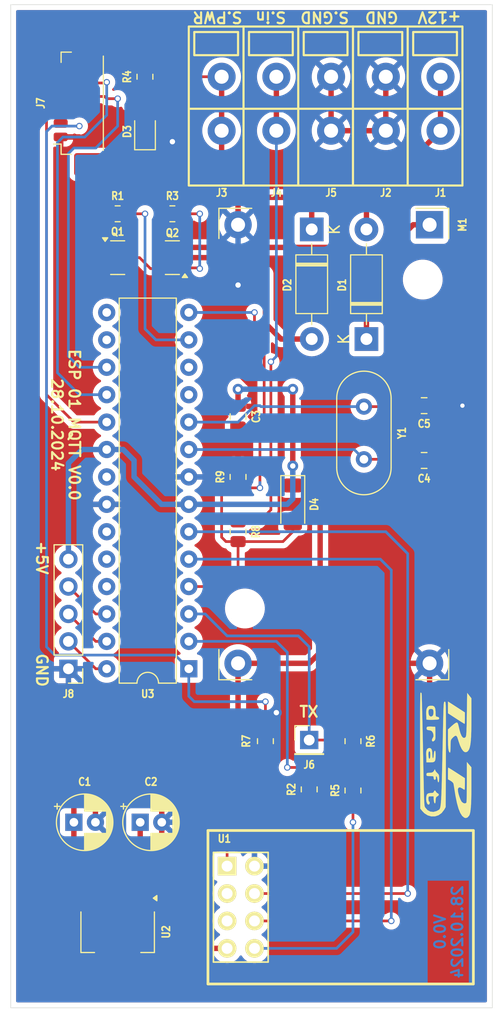
<source format=kicad_pcb>
(kicad_pcb (version 20240108) (generator "pcbnew") (generator_version "8.0")
  (layers (0 "F.Cu" signal) (31 "B.Cu" signal) (34 "B.Paste" user) (35 "F.Paste" user) (36 "B.SilkS" user "B.Silkscreen") (37 "F.SilkS" user "F.Silkscreen") (38 "B.Mask" user) (39 "F.Mask" user) (44 "Edge.Cuts" user))
  (net 0 "")
  (net 1 "+5V")
  (net 2 "/ESP_GPIO0")
  (net 3 "/ESP_GPIO2")
  (net 5 "GND")
  (net 6 "+3.3V")
  (net 7 "+12V")
  (net 9 "Net-(D1-A)")
  (net 10 "Net-(D2-K)")
  (net 11 "Net-(D2-A)")
  (net 12 "/SenIN")
  (net 13 "/RST{slash}")
  (net 14 "/MISO")
  (net 15 "/MOSI")
  (net 16 "/SCK")
  (net 17 "/AVR_TX")
  (net 18 "/12V_SenIN")
  (net 19 "Net-(Q1-B)")
  (net 20 "Net-(Q1-C)")
  (net 21 "/AVR_RX")
  (net 22 "Net-(U1-UTXD)")
  (net 23 "/Sen_Ena")
  (net 24 "Net-(U1-URXD)")
  (net 27 "Net-(U3-PB6{slash}XTAL1)")
  (net 31 "Net-(U3-PB7{slash}XTAL2)")
  (net 35 "Net-(D3-A)")
  (net 37 "/PC3")
  (net 38 "/PC5")
  (net 39 "/PC4")
  (footprint "Package_TO_SOT_SMD:SOT-223-3_TabPin2" (layer "F.Cu") (at 123.952 130.556 -90)
    (property "Reference" "U2" (at 0 -4.5 90) (layer "F.SilkS") (effects (font (size 0.7 0.6) (thickness 0.2))))
    (property "Value" "NCP1117-3.3_SOT223")
    (pad "1" smd roundrect (at -3.15 -2.3 270) (size 2 1.5) (layers "F.Cu" "F.Paste" "F.Mask") (net 5 "GND"))
    (pad "2" smd roundrect (at -3.15 0 270) (size 2 1.5) (layers "F.Cu" "F.Paste" "F.Mask") (net 6 "+3.3V"))
    (pad "2" smd roundrect (at 3.15 0 270) (size 2 3.8) (layers "F.Cu" "F.Paste" "F.Mask") (net 6 "+3.3V"))
    (pad "3" smd roundrect (at -3.15 2.3 270) (size 2 1.5) (layers "F.Cu" "F.Paste" "F.Mask") (net 1 "+5V"))
  )
  (footprint "RP_Footprints_01:Wago236-743_RM5" (layer "F.Cu") (at 133.604 56.308 180)
    (property "Reference" "J3" (at 0 -5.75 180) (layer "F.SilkS") (effects (font (size 0.7 0.6) (thickness 0.2))))
    (property "Value" "Conn_01x01")
    (pad "1" thru_hole circle (at 0 0 180) (size 2.6 2.6) (drill 1.3) (layers "*.Cu" "*.Mask") (net 10 "Net-(D2-K)"))
    (pad "1" thru_hole circle (at 0 5 180) (size 2.6 2.6) (drill 1.3) (layers "*.Cu" "*.Mask") (net 10 "Net-(D2-K)"))
  )
  (footprint "Package_TO_SOT_SMD:SOT-23" (layer "F.Cu") (at 123.952 68.072)
    (property "Reference" "Q1" (at 0 -2.4 0) (layer "F.SilkS") (effects (font (size 0.7 0.6) (thickness 0.2))))
    (property "Value" "BC817")
    (pad "1" smd roundrect (at -0.9375 -0.95) (size 1.475 0.6) (layers "F.Cu" "F.Paste" "F.Mask") (net 19 "Net-(Q1-B)"))
    (pad "2" smd roundrect (at -0.9375 0.95) (size 1.475 0.6) (layers "F.Cu" "F.Paste" "F.Mask") (net 5 "GND"))
    (pad "3" smd roundrect (at 0.9375 0) (size 1.475 0.6) (layers "F.Cu" "F.Paste" "F.Mask") (net 20 "Net-(Q1-C)"))
  )
  (footprint "Connector_PinHeader_2.54mm:PinHeader_1x01_P2.54mm_Vertical" (layer "F.Cu") (at 141.732 112.776)
    (property "Reference" "J6" (at 0 2.286 0) (layer "F.SilkS") (effects (font (size 0.7 0.6) (thickness 0.2))))
    (property "Value" "Conn_01x01_Pin")
    (pad "1" thru_hole rect (at 0 0) (size 1.7 1.7) (drill 1) (layers "*.Cu" "*.Mask") (net 17 "/AVR_TX"))
  )
  (footprint "Capacitor_SMD:C_0805_2012Metric" (layer "F.Cu") (at 152.4 86.868 180)
    (property "Reference" "C4" (at 0 -1.68 180) (layer "F.SilkS") (effects (font (size 0.7 0.6) (thickness 0.2))))
    (property "Value" "22n")
    (pad "1" smd roundrect (at -0.95 0 180) (size 1 1.45) (layers "F.Cu" "F.Paste" "F.Mask") (net 5 "GND"))
    (pad "2" smd roundrect (at 0.95 0 180) (size 1 1.45) (layers "F.Cu" "F.Paste" "F.Mask") (net 27 "Net-(U3-PB6{slash}XTAL1)"))
  )
  (footprint "Resistor_SMD:R_0805_2012Metric" (layer "F.Cu") (at 141.732 117.348 90)
    (property "Reference" "R2" (at 0 -1.65 -90) (layer "F.SilkS") (effects (font (size 0.7 0.6) (thickness 0.2))))
    (property "Value" "1k")
    (pad "1" smd roundrect (at -0.9125 0 90) (size 1.025 1.4) (layers "F.Cu" "F.Paste" "F.Mask") (roundrect_rratio 0.243902) (net 22 "Net-(U1-UTXD)"))
    (pad "2" smd roundrect (at 0.9125 0 90) (size 1.025 1.4) (layers "F.Cu" "F.Paste" "F.Mask") (roundrect_rratio 0.243902) (net 21 "/AVR_RX"))
  )
  (footprint "RP_Footprints_01:YAAJ_DCDC_StepDown_LM2596_noSilk" (layer "F.Cu") (at 152.908 65.024 -90)
    (property "Reference" "M1" (at 0 -3.048 90) (layer "F.SilkS") (effects (font (size 0.7 0.6) (thickness 0.2))))
    (property "Value" "LM2596-StepDownModul")
    (pad "" np_thru_hole circle (at 5.08 0.635 270) (size 3.2 3.2) (drill 3.2) (layers "*.Cu" "*.Mask"))
    (pad "" np_thru_hole circle (at 35.56 17.145 270) (size 3.2 3.2) (drill 3.2) (layers "*.Cu" "*.Mask"))
    (pad "1" thru_hole rect (at 0 0 270) (size 2.54 2.54) (drill 1.3) (layers "*.Cu" "*.Mask") (net 7 "+12V"))
    (pad "2" thru_hole circle (at 0 17.78 270) (size 2.54 2.54) (drill 1.3) (layers "*.Cu" "*.Mask") (net 5 "GND"))
    (pad "3" thru_hole circle (at 40.64 17.78 270) (size 2.54 2.54) (drill 1.3) (layers "*.Cu" "*.Mask") (net 1 "+5V"))
    (pad "4" thru_hole circle (at 40.64 0 270) (size 2.54 2.54) (drill 1.3) (layers "*.Cu" "*.Mask") (net 5 "GND"))
  )
  (footprint "RP_Footprints_01:Wago236-743_RM5" (layer "F.Cu") (at 153.924 56.308 180)
    (property "Reference" "J1" (at 0 -5.75 180) (layer "F.SilkS") (effects (font (size 0.7 0.6) (thickness 0.2))))
    (property "Value" "Conn_01x01")
    (pad "1" thru_hole circle (at 0 0 180) (size 2.6 2.6) (drill 1.3) (layers "*.Cu" "*.Mask") (net 9 "Net-(D1-A)"))
    (pad "1" thru_hole circle (at 0 5 180) (size 2.6 2.6) (drill 1.3) (layers "*.Cu" "*.Mask") (net 9 "Net-(D1-A)"))
  )
  (footprint "RP_Footprints_01:Wago236-743_RM5" (layer "F.Cu") (at 148.844 56.308 180)
    (property "Reference" "J2" (at 0 -5.75 180) (layer "F.SilkS") (effects (font (size 0.7 0.6) (thickness 0.2))))
    (property "Value" "Conn_01x01")
    (pad "1" thru_hole circle (at 0 0 180) (size 2.6 2.6) (drill 1.3) (layers "*.Cu" "*.Mask") (net 5 "GND"))
    (pad "1" thru_hole circle (at 0 5 180) (size 2.6 2.6) (drill 1.3) (layers "*.Cu" "*.Mask") (net 5 "GND"))
  )
  (footprint "Package_TO_SOT_SMD:SOT-23" (layer "F.Cu") (at 129.032 68.072 180)
    (property "Reference" "Q2" (at 0 2.286 180) (layer "F.SilkS") (effects (font (size 0.7 0.6) (thickness 0.2))))
    (property "Value" "IRLML9301")
    (pad "1" smd roundrect (at -0.9375 -0.95 180) (size 1.475 0.6) (layers "F.Cu" "F.Paste" "F.Mask") (net 20 "Net-(Q1-C)"))
    (pad "2" smd roundrect (at -0.9375 0.95 180) (size 1.475 0.6) (layers "F.Cu" "F.Paste" "F.Mask") (net 7 "+12V"))
    (pad "3" smd roundrect (at 0.9375 0 180) (size 1.475 0.6) (layers "F.Cu" "F.Paste" "F.Mask") (net 11 "Net-(D2-A)"))
  )
  (footprint "Capacitor_THT:CP_Radial_D5.0mm_P2.00mm" (layer "F.Cu") (at 126.044888 120.396)
    (property "Reference" "C2" (at 1 -3.75 0) (layer "F.SilkS") (effects (font (size 0.7 0.6) (thickness 0.2))))
    (property "Value" "C_Polarized")
    (pad "1" thru_hole rect (at 0 0) (size 1.6 1.6) (drill 0.8) (layers "*.Cu" "*.Mask") (net 6 "+3.3V"))
    (pad "2" thru_hole circle (at 2 0) (size 1.6 1.6) (drill 0.8) (layers "*.Cu" "*.Mask") (net 5 "GND"))
  )
  (footprint "LED_SMD:LED_0805_2012Metric" (layer "F.Cu") (at 126.492 56.388 90)
    (property "Reference" "D3" (at 0 -1.65 -90) (layer "F.SilkS") (effects (font (size 0.7 0.6) (thickness 0.2))))
    (property "Value" "LED")
    (pad "1" smd roundrect (at -0.9375 0 90) (size 0.975 1.4) (layers "F.Cu" "F.Paste" "F.Mask") (net 5 "GND"))
    (pad "2" smd roundrect (at 0.9375 0 90) (size 0.975 1.4) (layers "F.Cu" "F.Paste" "F.Mask") (net 35 "Net-(D3-A)"))
  )
  (footprint "Resistor_SMD:R_0805_2012Metric" (layer "F.Cu") (at 145.796 112.8795 -90)
    (property "Reference" "R6" (at 0 -1.65 90) (layer "F.SilkS") (effects (font (size 0.7 0.6) (thickness 0.2))))
    (property "Value" "1k")
    (pad "1" smd roundrect (at -0.9125 0 270) (size 1.025 1.4) (layers "F.Cu" "F.Paste" "F.Mask") (roundrect_rratio 0.243902) (net 17 "/AVR_TX"))
    (pad "2" smd roundrect (at 0.9125 0 270) (size 1.025 1.4) (layers "F.Cu" "F.Paste" "F.Mask") (roundrect_rratio 0.243902) (net 24 "Net-(U1-URXD)"))
  )
  (footprint "Resistor_SMD:R_0805_2012Metric" (layer "F.Cu") (at 123.952 64.008)
    (property "Reference" "R1" (at 0 -1.65 0) (layer "F.SilkS") (effects (font (size 0.7 0.6) (thickness 0.2))))
    (property "Value" "1k")
    (pad "1" smd roundrect (at -0.9125 0) (size 1.025 1.4) (layers "F.Cu" "F.Paste" "F.Mask") (roundrect_rratio 0.243902) (net 19 "Net-(Q1-B)"))
    (pad "2" smd roundrect (at 0.9125 0) (size 1.025 1.4) (layers "F.Cu" "F.Paste" "F.Mask") (roundrect_rratio 0.243902) (net 23 "/Sen_Ena"))
  )
  (footprint "Diode_THT:D_DO-41_SOD81_P10.16mm_Horizontal" (layer "F.Cu") (at 141.966 65.455 -90)
    (property "Reference" "D2" (at 5.157 2.266 90) (layer "F.SilkS") (effects (font (size 0.7 0.6) (thickness 0.2))))
    (property "Value" "1N4007")
    (fp_text user "K" (at 0 -2.1 90) (layer "F.SilkS"))
    (pad "1" thru_hole rect (at 0 0 270) (size 2.2 2.2) (drill 1.1) (layers "*.Cu" "*.Mask") (net 10 "Net-(D2-K)"))
    (pad "2" thru_hole oval (at 10.16 0 270) (size 2.2 2.2) (drill 1.1) (layers "*.Cu" "*.Mask") (net 11 "Net-(D2-A)"))
  )
  (footprint "Connector_PinHeader_2.54mm:PinHeader_1x05_P2.54mm_Vertical" (layer "F.Cu") (at 119.38 106.172 180)
    (property "Reference" "J8" (at 0 -2.33 180) (layer "F.SilkS") (effects (font (size 0.7 0.6) (thickness 0.2))))
    (property "Value" "Conn_01x05")
    (pad "1" thru_hole rect (at 0 0 180) (size 1.7 1.7) (drill 1) (layers "*.Cu" "*.Mask") (net 5 "GND"))
    (pad "2" thru_hole oval (at 0 2.54 180) (size 1.7 1.7) (drill 1) (layers "*.Cu" "*.Mask") (net 38 "/PC5"))
    (pad "3" thru_hole oval (at 0 5.08 180) (size 1.7 1.7) (drill 1) (layers "*.Cu" "*.Mask") (net 39 "/PC4"))
    (pad "4" thru_hole oval (at 0 7.62 180) (size 1.7 1.7) (drill 1) (layers "*.Cu" "*.Mask") (net 37 "/PC3"))
    (pad "5" thru_hole oval (at 0 10.16 180) (size 1.7 1.7) (drill 1) (layers "*.Cu" "*.Mask") (net 1 "+5V"))
  )
  (footprint "Diode_SMD:D_MiniMELF" (layer "F.Cu") (at 140.208 90.932 -90)
    (property "Reference" "D4" (at 0 -2 90) (layer "F.SilkS") (effects (font (size 0.7 0.6) (thickness 0.2))))
    (property "Value" "LL101A-GS08")
    (pad "1" smd roundrect (at -1.75 0 270) (size 1.3 1.7) (layers "F.Cu" "F.Paste" "F.Mask") (roundrect_rratio 0.1923076923) (net 1 "+5V"))
    (pad "2" smd roundrect (at 1.75 0 270) (size 1.3 1.7) (layers "F.Cu" "F.Paste" "F.Mask") (roundrect_rratio 0.1923076923) (net 12 "/SenIN"))
  )
  (footprint "RP_Logos:RP_12x4" (layer "F.Cu") (at 154.432 114.3 -90)
    (property "Reference" "G***" (hide yes))
    (property "Value" "LOGO" (hide yes))
  )
  (footprint "Resistor_SMD:R_0805_2012Metric" (layer "F.Cu") (at 137.668 112.8795 -90)
    (property "Reference" "R7" (at 0 1.778 90) (layer "F.SilkS") (effects (font (size 0.7 0.6) (thickness 0.2))))
    (property "Value" "10k")
    (pad "1" smd roundrect (at -0.9125 0 270) (size 1.025 1.4) (layers "F.Cu" "F.Paste" "F.Mask") (roundrect_rratio 0.243902) (net 13 "/RST{slash}"))
    (pad "2" smd roundrect (at 0.9125 0 270) (size 1.025 1.4) (layers "F.Cu" "F.Paste" "F.Mask") (roundrect_rratio 0.243902) (net 1 "+5V"))
  )
  (footprint "Diode_THT:D_DO-41_SOD81_P10.16mm_Horizontal" (layer "F.Cu") (at 147.046 75.615 90)
    (property "Reference" "D1" (at 5.003 -2.266 -90) (layer "F.SilkS") (effects (font (size 0.7 0.6) (thickness 0.2))))
    (property "Value" "1N4007")
    (fp_text user "K" (at 0 -2.1 -90) (layer "F.SilkS"))
    (pad "1" thru_hole rect (at 0 0 90) (size 2.2 2.2) (drill 1.1) (layers "*.Cu" "*.Mask") (net 7 "+12V"))
    (pad "2" thru_hole oval (at 10.16 0 90) (size 2.2 2.2) (drill 1.1) (layers "*.Cu" "*.Mask") (net 9 "Net-(D1-A)"))
  )
  (footprint "Resistor_SMD:R_0805_2012Metric" (layer "F.Cu") (at 145.796 117.4515 90)
    (property "Reference" "R5" (at 0 -1.65 -90) (layer "F.SilkS") (effects (font (size 0.7 0.6) (thickness 0.2))))
    (property "Value" "2k2")
    (pad "1" smd roundrect (at -0.9125 0 90) (size 1.025 1.4) (layers "F.Cu" "F.Paste" "F.Mask") (roundrect_rratio 0.243902) (net 24 "Net-(U1-URXD)"))
    (pad "2" smd roundrect (at 0.9125 0 90) (size 1.025 1.4) (layers "F.Cu" "F.Paste" "F.Mask") (roundrect_rratio 0.243902) (net 5 "GND"))
  )
  (footprint "Resistor_SMD:R_0805_2012Metric" (layer "F.Cu") (at 126.485 51.308 90)
    (property "Reference" "R4" (at 0 -1.65 -90) (layer "F.SilkS") (effects (font (size 0.7 0.6) (thickness 0.2))))
    (property "Value" "1k")
    (pad "1" smd roundrect (at -0.9125 0 90) (size 1.025 1.4) (layers "F.Cu" "F.Paste" "F.Mask") (roundrect_rratio 0.243902) (net 10 "Net-(D2-K)"))
    (pad "2" smd roundrect (at 0.9125 0 90) (size 1.025 1.4) (layers "F.Cu" "F.Paste" "F.Mask") (roundrect_rratio 0.243902) (net 35 "Net-(D3-A)"))
  )
  (footprint "Resistor_SMD:R_0805_2012Metric" (layer "F.Cu") (at 135.128 88.392 90)
    (property "Reference" "R9" (at 0 -1.65 -90) (layer "F.SilkS") (effects (font (size 0.7 0.6) (thickness 0.2))))
    (property "Value" "2k2")
    (pad "1" smd roundrect (at -0.9125 0 90) (size 1.025 1.4) (layers "F.Cu" "F.Paste" "F.Mask") (roundrect_rratio 0.243902) (net 12 "/SenIN"))
    (pad "2" smd roundrect (at 0.9125 0 90) (size 1.025 1.4) (layers "F.Cu" "F.Paste" "F.Mask") (roundrect_rratio 0.243902) (net 5 "GND"))
  )
  (footprint "RP_Footprints_01:Wago236-743_RM5" (layer "F.Cu") (at 138.684 56.308 180)
    (property "Reference" "J4" (at 0 -5.75 180) (layer "F.SilkS") (effects (font (size 0.7 0.6) (thickness 0.2))))
    (property "Value" "Conn_01x01")
    (pad "1" thru_hole circle (at 0 0 180) (size 2.6 2.6) (drill 1.3) (layers "*.Cu" "*.Mask") (net 18 "/12V_SenIN"))
    (pad "1" thru_hole circle (at 0 5 180) (size 2.6 2.6) (drill 1.3) (layers "*.Cu" "*.Mask") (net 18 "/12V_SenIN"))
  )
  (footprint "Resistor_SMD:R_0805_2012Metric" (layer "F.Cu") (at 135.128 93.472 -90)
    (property "Reference" "R8" (at 0 -1.65 90) (layer "F.SilkS") (effects (font (size 0.7 0.6) (thickness 0.2))))
    (property "Value" "3k3")
    (pad "1" smd roundrect (at -0.9125 0 270) (size 1.025 1.4) (layers "F.Cu" "F.Paste" "F.Mask") (roundrect_rratio 0.243902) (net 18 "/12V_SenIN"))
    (pad "2" smd roundrect (at 0.9125 0 270) (size 1.025 1.4) (layers "F.Cu" "F.Paste" "F.Mask") (roundrect_rratio 0.243902) (net 12 "/SenIN"))
  )
  (footprint "Capacitor_SMD:C_0805_2012Metric" (layer "F.Cu") (at 135.128 82.804 -90)
    (property "Reference" "C3" (at 0 -1.68 90) (layer "F.SilkS") (effects (font (size 0.7 0.6) (thickness 0.2))))
    (property "Value" "100n")
    (pad "1" smd roundrect (at -0.95 0 270) (size 1 1.45) (layers "F.Cu" "F.Paste" "F.Mask") (net 5 "GND"))
    (pad "2" smd roundrect (at 0.95 0 270) (size 1 1.45) (layers "F.Cu" "F.Paste" "F.Mask") (net 1 "+5V"))
  )
  (footprint "Package_DIP:DIP-28_W7.62mm" (layer "F.Cu") (at 130.556 106.172 180)
    (property "Reference" "U3" (at 3.81 -2.33 180) (layer "F.SilkS") (effects (font (size 0.7 0.6) (thickness 0.2))))
    (property "Value" "ATmega8-16P")
    (pad "1" thru_hole rect (at 0 0 180) (size 1.6 1.6) (drill 0.8) (layers "*.Cu" "*.Mask") (net 13 "/RST{slash}"))
    (pad "2" thru_hole oval (at 0 2.54 180) (size 1.6 1.6) (drill 0.8) (layers "*.Cu" "*.Mask") (net 21 "/AVR_RX"))
    (pad "3" thru_hole oval (at 0 5.08 180) (size 1.6 1.6) (drill 0.8) (layers "*.Cu" "*.Mask") (net 17 "/AVR_TX"))
    (pad "4" thru_hole oval (at 0 7.62 180) (size 1.6 1.6) (drill 0.8) (layers "*.Cu" "*.Mask") (net 12 "/SenIN"))
    (pad "5" thru_hole oval (at 0 10.16 180) (size 1.6 1.6) (drill 0.8) (layers "*.Cu" "*.Mask") (net 2 "/ESP_GPIO0"))
    (pad "6" thru_hole oval (at 0 12.7 180) (size 1.6 1.6) (drill 0.8) (layers "*.Cu" "*.Mask") (net 3 "/ESP_GPIO2"))
    (pad "7" thru_hole oval (at 0 15.24 180) (size 1.6 1.6) (drill 0.8) (layers "*.Cu" "*.Mask") (net 1 "+5V"))
    (pad "8" thru_hole oval (at 0 17.78 180) (size 1.6 1.6) (drill 0.8) (layers "*.Cu" "*.Mask") (net 5 "GND"))
    (pad "9" thru_hole oval (at 0 20.32 180) (size 1.6 1.6) (drill 0.8) (layers "*.Cu" "*.Mask") (net 27 "Net-(U3-PB6{slash}XTAL1)"))
    (pad "10" thru_hole oval (at 0 22.86 180) (size 1.6 1.6) (drill 0.8) (layers "*.Cu" "*.Mask") (net 31 "Net-(U3-PB7{slash}XTAL2)"))
    (pad "11" thru_hole oval (at 0 25.4 180) (size 1.6 1.6) (drill 0.8) (layers "*.Cu" "*.Mask"))
    (pad "12" thru_hole oval (at 0 27.94 180) (size 1.6 1.6) (drill 0.8) (layers "*.Cu" "*.Mask"))
    (pad "13" thru_hole oval (at 0 30.48 180) (size 1.6 1.6) (drill 0.8) (layers "*.Cu" "*.Mask") (net 23 "/Sen_Ena"))
    (pad "14" thru_hole oval (at 0 33.02 180) (size 1.6 1.6) (drill 0.8) (layers "*.Cu" "*.Mask") (net 12 "/SenIN"))
    (pad "15" thru_hole oval (at 7.62 33.02 180) (size 1.6 1.6) (drill 0.8) (layers "*.Cu" "*.Mask"))
    (pad "16" thru_hole oval (at 7.62 30.48 180) (size 1.6 1.6) (drill 0.8) (layers "*.Cu" "*.Mask"))
    (pad "17" thru_hole oval (at 7.62 27.94 180) (size 1.6 1.6) (drill 0.8) (layers "*.Cu" "*.Mask") (net 15 "/MOSI"))
    (pad "18" thru_hole oval (at 7.62 25.4 180) (size 1.6 1.6) (drill 0.8) (layers "*.Cu" "*.Mask") (net 14 "/MISO"))
    (pad "19" thru_hole oval (at 7.62 22.86 180) (size 1.6 1.6) (drill 0.8) (layers "*.Cu" "*.Mask") (net 16 "/SCK"))
    (pad "20" thru_hole oval (at 7.62 20.32 180) (size 1.6 1.6) (drill 0.8) (layers "*.Cu" "*.Mask") (net 1 "+5V"))
    (pad "21" thru_hole oval (at 7.62 17.78 180) (size 1.6 1.6) (drill 0.8) (layers "*.Cu" "*.Mask"))
    (pad "22" thru_hole oval (at 7.62 15.24 180) (size 1.6 1.6) (drill 0.8) (layers "*.Cu" "*.Mask") (net 5 "GND"))
    (pad "23" thru_hole oval (at 7.62 12.7 180) (size 1.6 1.6) (drill 0.8) (layers "*.Cu" "*.Mask"))
    (pad "24" thru_hole oval (at 7.62 10.16 180) (size 1.6 1.6) (drill 0.8) (layers "*.Cu" "*.Mask"))
    (pad "25" thru_hole oval (at 7.62 7.62 180) (size 1.6 1.6) (drill 0.8) (layers "*.Cu" "*.Mask"))
    (pad "26" thru_hole oval (at 7.62 5.08 180) (size 1.6 1.6) (drill 0.8) (layers "*.Cu" "*.Mask") (net 37 "/PC3"))
    (pad "27" thru_hole oval (at 7.62 2.54 180) (size 1.6 1.6) (drill 0.8) (layers "*.Cu" "*.Mask") (net 39 "/PC4"))
    (pad "28" thru_hole oval (at 7.62 0 180) (size 1.6 1.6) (drill 0.8) (layers "*.Cu" "*.Mask") (net 38 "/PC5"))
  )
  (footprint "Crystal:Crystal_HC49-4H_Vertical" (layer "F.Cu") (at 146.812 81.878 -90)
    (property "Reference" "Y1" (at 2.44 -3.525 90) (layer "F.SilkS") (effects (font (size 0.7 0.6) (thickness 0.2))))
    (property "Value" "Crystal")
    (pad "1" thru_hole circle (at 0 0 270) (size 1.5 1.5) (drill 0.8) (layers "*.Cu" "*.Mask") (net 31 "Net-(U3-PB7{slash}XTAL2)"))
    (pad "2" thru_hole circle (at 4.88 0 270) (size 1.5 1.5) (drill 0.8) (layers "*.Cu" "*.Mask") (net 27 "Net-(U3-PB6{slash}XTAL1)"))
  )
  (footprint "Capacitor_SMD:C_0805_2012Metric" (layer "F.Cu") (at 152.4 81.788 180)
    (property "Reference" "C5" (at 0 -1.68 180) (layer "F.SilkS") (effects (font (size 0.7 0.6) (thickness 0.2))))
    (property "Value" "22n")
    (pad "1" smd roundrect (at -0.95 0 180) (size 1 1.45) (layers "F.Cu" "F.Paste" "F.Mask") (net 5 "GND"))
    (pad "2" smd roundrect (at 0.95 0 180) (size 1 1.45) (layers "F.Cu" "F.Paste" "F.Mask") (net 31 "Net-(U3-PB7{slash}XTAL2)"))
  )
  (footprint "RP_Footprints_01:Wago236-743_RM5" (layer "F.Cu") (at 143.764 56.308 180)
    (property "Reference" "J5" (at 0 -5.75 180) (layer "F.SilkS") (effects (font (size 0.7 0.6) (thickness 0.2))))
    (property "Value" "Conn_01x01")
    (pad "1" thru_hole circle (at 0 0 180) (size 2.6 2.6) (drill 1.3) (layers "*.Cu" "*.Mask") (net 5 "GND"))
    (pad "1" thru_hole circle (at 0 5 180) (size 2.6 2.6) (drill 1.3) (layers "*.Cu" "*.Mask") (net 5 "GND"))
  )
  (footprint "ESP8266:ESP-01" (layer "F.Cu") (at 134.112 124.46)
    (property "Reference" "U1" (at -0.254 -2.54 0) (layer "F.SilkS") (effects (font (size 0.7 0.6) (thickness 0.2))))
    (property "Value" "ESP-01v090")
    (pad "1" thru_hole rect (at 0 0) (size 1.7272 1.7272) (drill 1.016) (layers "*.Cu" "*.Mask" "F.SilkS") (net 22 "Net-(U1-UTXD)"))
    (pad "2" thru_hole oval (at 2.54 0) (size 1.7272 1.7272) (drill 1.016) (layers "*.Cu" "*.Mask" "F.SilkS") (net 5 "GND"))
    (pad "3" thru_hole oval (at 0 2.54) (size 1.7272 1.7272) (drill 1.016) (layers "*.Cu" "*.Mask" "F.SilkS"))
    (pad "4" thru_hole oval (at 2.54 2.54) (size 1.7272 1.7272) (drill 1.016) (layers "*.Cu" "*.Mask" "F.SilkS") (net 3 "/ESP_GPIO2"))
    (pad "5" thru_hole oval (at 0 5.08) (size 1.7272 1.7272) (drill 1.016) (layers "*.Cu" "*.Mask" "F.SilkS"))
    (pad "6" thru_hole oval (at 2.54 5.08) (size 1.7272 1.7272) (drill 1.016) (layers "*.Cu" "*.Mask" "F.SilkS") (net 2 "/ESP_GPIO0"))
    (pad "7" thru_hole oval (at 0 7.62) (size 1.7272 1.7272) (drill 1.016) (layers "*.Cu" "*.Mask" "F.SilkS") (net 6 "+3.3V"))
    (pad "8" thru_hole oval (at 2.54 7.62) (size 1.7272 1.7272) (drill 1.016) (layers "*.Cu" "*.Mask" "F.SilkS") (net 24 "Net-(U1-URXD)"))
  )
  (footprint "Resistor_SMD:R_0805_2012Metric" (layer "F.Cu") (at 129.032 64.008)
    (property "Reference" "R3" (at 0 -1.65 0) (layer "F.SilkS") (effects (font (size 0.7 0.6) (thickness 0.2))))
    (property "Value" "1k")
    (pad "1" smd roundrect (at -0.9125 0) (size 1.025 1.4) (layers "F.Cu" "F.Paste" "F.Mask") (roundrect_rratio 0.243902) (net 7 "+12V"))
    (pad "2" smd roundrect (at 0.9125 0) (size 1.025 1.4) (layers "F.Cu" "F.Paste" "F.Mask") (roundrect_rratio 0.243902) (net 20 "Net-(Q1-C)"))
  )
  (footprint "Connector_Molex:Molex_PicoBlade_53398-0671_1x06-1MP_P1.25mm_Vertical" (layer "F.Cu") (at 119.912 53.761 90)
    (property "Reference" "J7" (at 0 -3.1 -90) (layer "F.SilkS") (effects (font (size 0.7 0.6) (thickness 0.2))))
    (property "Value" "Conn_01x06")
    (pad "1" smd roundrect (at -3.125 -1.25 90) (size 0.8 1.3) (layers "F.Cu" "F.Paste" "F.Mask") (net 5 "GND"))
    (pad "2" smd roundrect (at -1.875 -1.25 90) (size 0.8 1.3) (layers "F.Cu" "F.Paste" "F.Mask") (net 13 "/RST{slash}"))
    (pad "3" smd roundrect (at -0.625 -1.25 90) (size 0.8 1.3) (layers "F.Cu" "F.Paste" "F.Mask") (net 16 "/SCK"))
    (pad "4" smd roundrect (at 0.625 -1.25 90) (size 0.8 1.3) (layers "F.Cu" "F.Paste" "F.Mask") (net 15 "/MOSI"))
    (pad "5" smd roundrect (at 1.875 -1.25 90) (size 0.8 1.3) (layers "F.Cu" "F.Paste" "F.Mask") (net 14 "/MISO"))
    (pad "6" smd roundrect (at 3.125 -1.25 90) (size 0.8 1.3) (layers "F.Cu" "F.Paste" "F.Mask"))
    (pad "MP" smd roundrect (at -5.675 1.5 90) (size 2.1 3) (layers "F.Cu" "F.Paste" "F.Mask") (roundrect_rratio 0.119048))
    (pad "MP" smd roundrect (at 5.675 1.5 90) (size 2.1 3) (layers "F.Cu" "F.Paste" "F.Mask") (roundrect_rratio 0.119048))
  )
  (footprint "Capacitor_THT:CP_Radial_D5.0mm_P2.00mm" (layer "F.Cu") (at 119.888 120.396)
    (property "Reference" "C1" (at 1 -3.75 0) (layer "F.SilkS") (effects (font (size 0.7 0.6) (thickness 0.2))))
    (property "Value" "C_Polarized")
    (pad "1" thru_hole rect (at 0 0) (size 1.6 1.6) (drill 0.8) (layers "*.Cu" "*.Mask") (net 1 "+5V"))
    (pad "2" thru_hole circle (at 2 0) (size 1.6 1.6) (drill 0.8) (layers "*.Cu" "*.Mask") (net 5 "GND"))
  )
  (gr_rect (start 114.026 44.627) (end 158.73 137.591) (stroke (width 0.05)) (fill none) (layer "Edge.Cuts"))
  (gr_text "V0.0\n28.10.2024" (at 154.686 130.556 90) (layer "B.Cu") (effects (font (size 1 1) (thickness 0.2) (bold yes)) (justify mirror)))
  (gr_text "S.GND" (at 145.542 45.212 180) (layer "F.SilkS") (effects (font (size 1 1) (thickness 0.2) (bold yes)) (justify left bottom)))
  (gr_text "TX" (at 140.716 110.744 0) (layer "F.SilkS") (effects (font (size 1 1) (thickness 0.2) (bold yes)) (justify left bottom)))
  (gr_text "GND" (at 116.332 104.648 -90) (layer "F.SilkS") (effects (font (size 1 1) (thickness 0.2) (bold yes)) (justify left bottom)))
  (gr_text "+5V" (at 116.332 94.234 270) (layer "F.SilkS") (effects (font (size 1 1) (thickness 0.2) (bold yes)) (justify left bottom)))
  (gr_text "S.PWR" (at 135.636 45.212 180) (layer "F.SilkS") (effects (font (size 1 1) (thickness 0.2) (bold yes)) (justify left bottom)))
  (gr_text "+12V" (at 155.956 45.212 180) (layer "F.SilkS") (effects (font (size 1 1) (thickness 0.2) (bold yes)) (justify left bottom)))
  (gr_text "GND" (at 150.114 45.212 180) (layer "F.SilkS") (effects (font (size 1 1) (thickness 0.2) (bold yes)) (justify left bottom)))
  (gr_text "S.in" (at 139.7 45.212 180) (layer "F.SilkS") (effects (font (size 1 1) (thickness 0.2) (bold yes)) (justify left bottom)))
  (gr_text "ESP 01 MQTT V0.0\n28.10.2024" (at 119.126 83.566 -90) (layer "F.SilkS") (effects (font (size 1 1) (thickness 0.2) (bold yes))))
  (segment (start 119.888 116.84) (end 119.888 120.396) (width 0.5) (layer "F.Cu") (net 1))
  (segment (start 137.668 113.792) (end 135.128 113.792) (width 0.5) (layer "F.Cu") (net 1))
  (segment (start 122.936 113.792) (end 119.888 116.84) (width 0.5) (layer "F.Cu") (net 1))
  (segment (start 135.128 113.792) (end 122.936 113.792) (width 0.5) (layer "F.Cu") (net 1))
  (segment (start 121.652 125.208) (end 121.652 127.406) (width 0.5) (layer "F.Cu") (net 1))
  (segment (start 135.128 81.854) (end 135.128 80.264) (width 0.5) (layer "F.Cu") (net 1))
  (segment (start 140.998 89.182) (end 140.208 89.182) (width 0.5) (layer "F.Cu") (net 1))
  (segment (start 119.888 123.444) (end 121.652 125.208) (width 0.5) (layer "F.Cu") (net 1))
  (segment (start 135.128 105.664) (end 141.732 105.664) (width 0.5) (layer "F.Cu") (net 1))
  (segment (start 142.748 104.648) (end 142.748 90.932) (width 0.5) (layer "F.Cu") (net 1))
  (segment (start 141.732 105.664) (end 142.748 104.648) (width 0.5) (layer "F.Cu") (net 1))
  (segment (start 142.748 90.932) (end 140.998 89.182) (width 0.5) (layer "F.Cu") (net 1))
  (segment (start 135.128 105.664) (end 135.128 113.792) (width 0.5) (layer "F.Cu") (net 1))
  (segment (start 140.208 87.376) (end 140.208 89.182) (width 0.5) (layer "F.Cu") (net 1))
  (segment (start 119.888 120.396) (end 119.888 123.444) (width 0.5) (layer "F.Cu") (net 1))
  (segment (start 140.208 80.264) (end 140.208 87.376) (width 0.5) (layer "F.Cu") (net 1))
  (via (at 135.128 80.264) (size 1) (drill 0.5) (layers "F.Cu" "B.Cu") (net 1))
  (via (at 140.208 80.264) (size 1) (drill 0.5) (layers "F.Cu" "B.Cu") (net 1))
  (via (at 140.208 87.376) (size 1) (drill 0.5) (layers "F.Cu" "B.Cu") (net 1))
  (segment (start 140.208 90.424) (end 140.208 87.376) (width 0.5) (layer "B.Cu") (net 1))
  (segment (start 120.65 85.852) (end 122.936 85.852) (width 0.5) (layer "B.Cu") (net 1))
  (segment (start 125.476 86.868) (end 124.46 85.852) (width 0.5) (layer "B.Cu") (net 1))
  (segment (start 119.38 87.122) (end 120.65 85.852) (width 0.5) (layer "B.Cu") (net 1))
  (segment (start 135.128 80.264) (end 135.636 80.264) (width 0.5) (layer "B.Cu") (net 1))
  (segment (start 124.46 85.852) (end 122.936 85.852) (width 0.5) (layer "B.Cu") (net 1))
  (segment (start 125.476 88.392) (end 125.476 86.868) (width 0.5) (layer "B.Cu") (net 1))
  (segment (start 128.016 90.932) (end 125.476 88.392) (width 0.5) (layer "B.Cu") (net 1))
  (segment (start 130.556 90.932) (end 128.016 90.932) (width 0.5) (layer "B.Cu") (net 1))
  (segment (start 119.38 96.012) (end 119.38 87.122) (width 0.5) (layer "B.Cu") (net 1))
  (segment (start 130.556 90.932) (end 139.7 90.932) (width 0.5) (layer "B.Cu") (net 1))
  (segment (start 135.636 80.264) (end 140.208 80.264) (width 0.5) (layer "B.Cu") (net 1))
  (segment (start 139.7 90.932) (end 140.208 90.424) (width 0.5) (layer "B.Cu") (net 1))
  (segment (start 149.352 129.54) (end 136.652 129.54) (width 0.25) (layer "F.Cu") (net 2))
  (via (at 149.352 129.54) (size 0.6) (drill 0.4) (layers "F.Cu" "B.Cu") (net 2))
  (segment (start 130.556 96.012) (end 148.336 96.012) (width 0.25) (layer "B.Cu") (net 2))
  (segment (start 149.352 97.028) (end 149.352 129.54) (width 0.25) (layer "B.Cu") (net 2))
  (segment (start 148.336 96.012) (end 149.352 97.028) (width 0.25) (layer "B.Cu") (net 2))
  (segment (start 150.876 127) (end 136.652 127) (width 0.25) (layer "F.Cu") (net 3))
  (via (at 150.876 127) (size 0.6) (drill 0.4) (layers "F.Cu" "B.Cu") (net 3))
  (segment (start 150.876 95.504) (end 150.876 127) (width 0.25) (layer "B.Cu") (net 3))
  (segment (start 130.556 93.472) (end 148.844 93.472) (width 0.25) (layer "B.Cu") (net 3))
  (segment (start 148.844 93.472) (end 150.876 95.504) (width 0.25) (layer "B.Cu") (net 3))
  (segment (start 146.812 124.46) (end 152.908 118.364) (width 0.5) (layer "F.Cu") (net 5))
  (segment (start 130.4775 57.3255) (end 135.128 61.976) (width 0.5) (layer "F.Cu") (net 5))
  (segment (start 143.764 51.308) (end 143.764 56.308) (width 0.5) (layer "F.Cu") (net 5))
  (segment (start 152.908 116.332) (end 152.908 105.664) (width 0.5) (layer "F.Cu") (net 5))
  (segment (start 135.128 87.4795) (end 135.128 83.754) (width 0.5) (layer "F.Cu") (net 5))
  (segment (start 128.044888 118.392888) (end 128.044888 120.396) (width 0.5) (layer "F.Cu") (net 5))
  (segment (start 145.796 116.539) (end 152.701 116.539) (width 0.5) (layer "F.Cu") (net 5))
  (segment (start 120.386 56.886) (end 118.662 56.886) (width 0.5) (layer "F.Cu") (net 5))
  (segment (start 143.764 56.308) (end 148.844 56.308) (width 0.5) (layer "F.Cu") (net 5))
  (segment (start 135.128 78.74) (end 135.128 70.612) (width 0.5) (layer "F.Cu") (net 5))
  (segment (start 122.428 117.856) (end 127.508 117.856) (width 0.5) (layer "F.Cu") (net 5))
  (segment (start 153.35 81.788) (end 155.956 81.788) (width 0.25) (layer "F.Cu") (net 5))
  (segment (start 126.252 127.406) (end 126.252 124.7) (width 0.5) (layer "F.Cu") (net 5))
  (segment (start 152.908 118.364) (end 152.908 116.332) (width 0.5) (layer "F.Cu") (net 5))
  (segment (start 127.508 117.856) (end 128.044888 118.392888) (width 0.5) (layer "F.Cu") (net 5))
  (segment (start 125.476 90.932) (end 128.016 88.392) (width 0.5) (layer "F.Cu") (net 5))
  (segment (start 121.888 120.396) (end 121.888 118.396) (width 0.5) (layer "F.Cu") (net 5))
  (segment (start 136.652 83.312) (end 136.652 80.264) (width 0.5) (layer "F.Cu") (net 5))
  (segment (start 118.662 56.886) (end 118.662 67.288) (width 0.5) (layer "F.Cu") (net 5))
  (segment (start 148.844 51.308) (end 148.844 56.308) (width 0.5) (layer "F.Cu") (net 5))
  (segment (start 126.252 124.7) (end 128.044888 122.907112) (width 0.5) (layer "F.Cu") (net 5))
  (segment (start 135.128 83.754) (end 136.21 83.754) (width 0.5) (layer "F.Cu") (net 5))
  (segment (start 136.652 124.46) (end 146.812 124.46) (width 0.5) (layer "F.Cu") (net 5))
  (segment (start 135.0245 87.376) (end 135.128 87.4795) (width 0.5) (layer "F.Cu") (net 5))
  (segment (start 135.128 61.976) (end 135.128 65.024) (width 0.5) (layer "F.Cu") (net 5))
  (segment (start 121.888 118.396) (end 122.428 117.856) (width 0.5) (layer "F.Cu") (net 5))
  (segment (start 132.08 88.392) (end 133.096 87.376) (width 0.5) (layer "F.Cu") (net 5))
  (segment (start 128.044888 122.907112) (end 128.044888 120.396) (width 0.5) (layer "F.Cu") (net 5))
  (segment (start 126.492 57.3255) (end 120.8255 57.3255) (width 0.5) (layer "F.Cu") (net 5))
  (segment (start 147.828 105.664) (end 152.908 105.664) (width 0.5) (layer "F.Cu") (net 5))
  (segment (start 120.396 69.022) (end 123.0145 69.022) (width 0.5) (layer "F.Cu") (net 5))
  (segment (start 120.8255 57.3255) (end 120.386 56.886) (width 0.5) (layer "F.Cu") (net 5))
  (segment (start 122.936 90.932) (end 125.476 90.932) (width 0.5) (layer "F.Cu") (net 5))
  (segment (start 126.492 57.3255) (end 130.4775 57.3255) (width 0.5) (layer "F.Cu") (net 5))
  (segment (start 136.652 80.264) (end 135.128 78.74) (width 0.5) (layer "F.Cu") (net 5))
  (segment (start 133.096 87.376) (end 135.0245 87.376) (width 0.5) (layer "F.Cu") (net 5))
  (segment (start 136.21 83.754) (end 136.652 83.312) (width 0.5) (layer "F.Cu") (net 5))
  (segment (start 118.662 67.288) (end 120.396 69.022) (width 0.5) (layer "F.Cu") (net 5))
  (segment (start 143.256 110.236) (end 147.828 105.664) (width 0.5) (layer "F.Cu") (net 5))
  (segment (start 128.016 88.392) (end 130.556 88.392) (width 0.5) (layer "F.Cu") (net 5))
  (segment (start 138.684 110.236) (end 143.256 110.236) (width 0.5) (layer "F.Cu") (net 5))
  (segment (start 153.35 81.788) (end 153.35 86.868) (width 0.25) (layer "F.Cu") (net 5))
  (segment (start 130.556 88.392) (end 132.08 88.392) (width 0.5) (layer "F.Cu") (net 5))
  (via (at 155.956 81.788) (size 0.6) (drill 0.4) (layers "F.Cu" "B.Cu") (net 5))
  (via (at 135.128 70.612) (size 1) (drill 0.5) (layers "F.Cu" "B.Cu") (net 5))
  (via (at 138.684 110.236) (size 1) (drill 0.5) (layers "F.Cu" "B.Cu") (net 5))
  (via (at 129.032 57.3255) (size 1) (drill 0.5) (layers "F.Cu" "B.Cu") (net 5))
  (segment (start 119.38 106.172) (end 123.444 110.236) (width 0.5) (layer "B.Cu") (net 5))
  (segment (start 136.652 121.92) (end 135.128 120.396) (width 0.5) (layer "B.Cu") (net 5))
  (segment (start 135.128 120.396) (end 128.044888 120.396) (width 0.5) (layer "B.Cu") (net 5))
  (segment (start 129.032 55.88) (end 130.556 54.356) (width 0.5) (layer "B.Cu") (net 5))
  (segment (start 129.032 57.3255) (end 129.032 55.88) (width 0.5) (layer "B.Cu") (net 5))
  (segment (start 135.128 70.612) (end 135.128 65.024) (width 0.5) (layer "B.Cu") (net 5))
  (segment (start 130.556 54.356) (end 141.812 54.356) (width 0.5) (layer "B.Cu") (net 5))
  (segment (start 141.812 54.356) (end 143.764 56.308) (width 0.5) (layer "B.Cu") (net 5))
  (segment (start 136.652 124.46) (end 136.652 121.92) (width 0.5) (layer "B.Cu") (net 5))
  (segment (start 155.956 102.616) (end 152.908 105.664) (width 0.5) (layer "B.Cu") (net 5))
  (segment (start 152.48 59.944) (end 154.94 59.944) (width 0.5) (layer "B.Cu") (net 5))
  (segment (start 154.94 59.944) (end 155.956 60.96) (width 0.5) (layer "B.Cu") (net 5))
  (segment (start 148.844 56.308) (end 152.48 59.944) (width 0.5) (layer "B.Cu") (net 5))
  (segment (start 155.956 81.788) (end 155.956 102.616) (width 0.5) (layer "B.Cu") (net 5))
  (segment (start 123.444 110.236) (end 138.684 110.236) (width 0.5) (layer "B.Cu") (net 5))
  (segment (start 155.956 60.96) (end 155.956 81.788) (width 0.5) (layer "B.Cu") (net 5))
  (segment (start 123.952 133.706) (end 123.952 127.406) (width 0.5) (layer "F.Cu") (net 6))
  (segment (start 128.422 133.706) (end 123.952 133.706) (width 0.5) (layer "F.Cu") (net 6))
  (segment (start 123.952 124.968) (end 126.044888 122.875112) (width 0.5) (layer "F.Cu") (net 6))
  (segment (start 130.048 132.08) (end 128.422 133.706) (width 0.5) (layer "F.Cu") (net 6))
  (segment (start 126.044888 122.875112) (end 126.044888 120.396) (width 0.5) (layer "F.Cu") (net 6))
  (segment (start 134.112 132.08) (end 130.048 132.08) (width 0.5) (layer "F.Cu") (net 6))
  (segment (start 123.952 127.406) (end 123.952 124.968) (width 0.5) (layer "F.Cu") (net 6))
  (segment (start 129.9695 67.122) (end 144.806 67.122) (width 0.5) (layer "F.Cu") (net 7))
  (segment (start 144.806 67.122) (end 147.046 69.362) (width 0.5) (layer "F.Cu") (net 7))
  (segment (start 128.1195 64.008) (end 128.1195 66.6515) (width 0.5) (layer "F.Cu") (net 7))
  (segment (start 147.046 75.615) (end 147.046 69.362) (width 0.5) (layer "F.Cu") (net 7))
  (segment (start 128.59 67.122) (end 129.9695 67.122) (width 0.5) (layer "F.Cu") (net 7))
  (segment (start 147.046 69.362) (end 151.384 65.024) (width 0.5) (layer "F.Cu") (net 7))
  (segment (start 151.384 65.024) (end 152.908 65.024) (width 0.5) (layer "F.Cu") (net 7))
  (segment (start 128.1195 66.6515) (end 128.59 67.122) (width 0.5) (layer "F.Cu") (net 7))
  (segment (start 147.046 65.455) (end 147.046 62.758) (width 0.5) (layer "F.Cu") (net 9))
  (segment (start 151.892 61.468) (end 152.4 60.96) (width 0.5) (layer "F.Cu") (net 9))
  (segment (start 153.924 56.308) (end 153.924 51.308) (width 0.5) (layer "F.Cu") (net 9))
  (segment (start 148.336 61.468) (end 151.892 61.468) (width 0.5) (layer "F.Cu") (net 9))
  (segment (start 147.046 62.758) (end 148.336 61.468) (width 0.5) (layer "F.Cu") (net 9))
  (segment (start 152.4 60.96) (end 152.4 57.832) (width 0.5) (layer "F.Cu") (net 9))
  (segment (start 152.4 57.832) (end 153.924 56.308) (width 0.5) (layer "F.Cu") (net 9))
  (segment (start 141.966 63.226) (end 141.966 65.455) (width 0.5) (layer "F.Cu") (net 10))
  (segment (start 133.604 56.308) (end 133.604 58.42) (width 0.5) (layer "F.Cu") (net 10))
  (segment (start 133.604 56.308) (end 133.604 51.308) (width 0.5) (layer "F.Cu") (net 10))
  (segment (start 130.048 51.308) (end 133.604 51.308) (width 0.25) (layer "F.Cu") (net 10))
  (segment (start 141.224 62.484) (end 141.966 63.226) (width 0.5) (layer "F.Cu") (net 10))
  (segment (start 135.636 60.452) (end 137.668 62.484) (width 0.5) (layer "F.Cu") (net 10))
  (segment (start 129.1355 52.2205) (end 130.048 51.308) (width 0.25) (layer "F.Cu") (net 10))
  (segment (start 126.485 52.2205) (end 129.1355 52.2205) (width 0.25) (layer "F.Cu") (net 10))
  (segment (start 137.668 62.484) (end 141.224 62.484) (width 0.5) (layer "F.Cu") (net 10))
  (segment (start 133.604 58.42) (end 135.636 60.452) (width 0.5) (layer "F.Cu") (net 10))
  (segment (start 141.966 75.615) (end 139.115 75.615) (width 0.5) (layer "F.Cu") (net 11))
  (segment (start 137.668 69.596) (end 136.144 68.072) (width 0.5) (layer "F.Cu") (net 11))
  (segment (start 136.144 68.072) (end 128.0945 68.072) (width 0.5) (layer "F.Cu") (net 11))
  (segment (start 137.668 74.168) (end 137.668 69.596) (width 0.5) (layer "F.Cu") (net 11))
  (segment (start 139.115 75.615) (end 137.668 74.168) (width 0.5) (layer "F.Cu") (net 11))
  (segment (start 137.16 89.408) (end 137.16 84.094) (width 0.25) (layer "F.Cu") (net 12))
  (segment (start 134.2155 89.3045) (end 133.604 89.916) (width 0.25) (layer "F.Cu") (net 12))
  (segment (start 139.2955 94.3845) (end 140.208 93.472) (width 0.25) (layer "F.Cu") (net 12))
  (segment (start 133.604 98.552) (end 135.128 97.028) (width 0.25) (layer "F.Cu") (net 12))
  (segment (start 130.556 98.552) (end 133.604 98.552) (width 0.25) (layer "F.Cu") (net 12))
  (segment (start 135.2315 89.408) (end 135.128 89.3045) (width 0.25) (layer "F.Cu") (net 12))
  (segment (start 134.0085 94.3845) (end 133.604 93.98) (width 0.25) (layer "F.Cu") (net 12))
  (segment (start 137.16 89.408) (end 135.2315 89.408) (width 0.25) (layer "F.Cu") (net 12))
  (segment (start 135.128 94.3845) (end 134.0085 94.3845) (width 0.25) (layer "F.Cu") (net 12))
  (segment (start 133.604 89.916) (end 133.604 93.98) (width 0.25) (layer "F.Cu") (net 12))
  (segment (start 140.208 93.472) (end 140.208 92.682) (width 0.25) (layer "F.Cu") (net 12))
  (segment (start 135.128 94.3845) (end 139.2955 94.3845) (width 0.25) (layer "F.Cu") (net 12))
  (segment (start 137.551 75.067) (end 136.652 74.168) (width 0.25) (layer "F.Cu") (net 12))
  (segment (start 135.128 97.028) (end 135.128 94.3845) (width 0.25) (layer "F.Cu") (net 12))
  (segment (start 137.551 83.703) (end 137.551 75.067) (width 0.25) (layer "F.Cu") (net 12))
  (segment (start 137.16 84.094) (end 137.551 83.703) (width 0.25) (layer "F.Cu") (net 12))
  (segment (start 135.128 89.3045) (end 134.2155 89.3045) (width 0.25) (layer "F.Cu") (net 12))
  (segment (start 136.652 74.168) (end 136.652 73.152) (width 0.25) (layer "F.Cu") (net 12))
  (via (at 137.16 89.408) (size 0.6) (drill 0.4) (layers "F.Cu" "B.Cu") (net 12))
  (via (at 136.652 73.152) (size 0.6) (drill 0.4) (layers "F.Cu" "B.Cu") (net 12))
  (segment (start 137.16 88.9) (end 137.16 89.408) (width 0.25) (layer "B.Cu") (net 12))
  (segment (start 130.556 73.152) (end 132.588 73.152) (width 0.25) (layer "B.Cu") (net 12))
  (segment (start 136.652 73.152) (end 130.556 73.152) (width 0.25) (layer "B.Cu") (net 12))
  (segment (start 137.668 109.22) (end 137.668 111.967) (width 0.25) (layer "F.Cu") (net 13))
  (segment (start 120.396 55.88) (end 118.906 55.88) (width 0.25) (layer "F.Cu") (net 13))
  (segment (start 118.906 55.88) (end 118.662 55.636) (width 0.25) (layer "F.Cu") (net 13))
  (via (at 120.396 55.88) (size 0.6) (drill 0.4) (layers "F.Cu" "B.Cu") (net 13))
  (via (at 137.668 109.22) (size 0.6) (drill 0.4) (layers "F.Cu" "B.Cu") (net 13))
  (segment (start 130.556 108.712) (end 131.064 109.22) (width 0.25) (layer "B.Cu") (net 13))
  (segment (start 129.286 104.902) (end 130.556 106.172) (width 0.25) (layer "B.Cu") (net 13))
  (segment (start 120.396 55.88) (end 117.856 55.88) (width 0.25) (layer "B.Cu") (net 13))
  (segment (start 130.556 106.172) (end 130.556 108.712) (width 0.25) (layer "B.Cu") (net 13))
  (segment (start 117.348 56.388) (end 117.348 104.14) (width 0.25) (layer "B.Cu") (net 13))
  (segment (start 118.11 104.902) (end 129.286 104.902) (width 0.25) (layer "B.Cu") (net 13))
  (segment (start 117.348 104.14) (end 118.11 104.902) (width 0.25) (layer "B.Cu") (net 13))
  (segment (start 117.856 55.88) (end 117.348 56.388) (width 0.25) (layer "B.Cu") (net 13))
  (segment (start 131.064 109.22) (end 137.668 109.22) (width 0.25) (layer "B.Cu") (net 13))
  (segment (start 122.936 51.816) (end 122.866 51.886) (width 0.25) (layer "F.Cu") (net 14))
  (segment (start 122.866 51.886) (end 118.662 51.886) (width 0.25) (layer "F.Cu") (net 14))
  (via (at 122.936 51.816) (size 0.6) (drill 0.4) (layers "F.Cu" "B.Cu") (net 14))
  (segment (start 118.364 57.404) (end 118.872 56.896) (width 0.25) (layer "B.Cu") (net 14))
  (segment (start 121.412 56.388) (end 122.428 55.372) (width 0.25) (layer "B.Cu") (net 14))
  (segment (start 120.904 56.896) (end 121.412 56.388) (width 0.25) (layer "B.Cu") (net 14))
  (segment (start 120.396 80.772) (end 118.364 78.74) (width 0.25) (layer "B.Cu") (net 14))
  (segment (start 122.936 54.864) (end 122.936 51.816) (width 0.25) (layer "B.Cu") (net 14))
  (segment (start 122.936 80.772) (end 120.396 80.772) (width 0.25) (layer "B.Cu") (net 14))
  (segment (start 118.872 56.896) (end 119.38 56.896) (width 0.25) (layer "B.Cu") (net 14))
  (segment (start 122.428 55.372) (end 122.936 54.864) (width 0.25) (layer "B.Cu") (net 14))
  (segment (start 119.38 56.896) (end 120.904 56.896) (width 0.25) (layer "B.Cu") (net 14))
  (segment (start 118.364 78.74) (end 118.364 57.404) (width 0.25) (layer "B.Cu") (net 14))
  (segment (start 122.936 53.34) (end 122.732 53.136) (width 0.25) (layer "F.Cu") (net 15))
  (segment (start 123.952 53.34) (end 122.936 53.34) (width 0.25) (layer "F.Cu") (net 15))
  (segment (start 122.732 53.136) (end 118.662 53.136) (width 0.25) (layer "F.Cu") (net 15))
  (via (at 123.952 53.34) (size 0.6) (drill 0.4) (layers "F.Cu" "B.Cu") (net 15))
  (segment (start 119.38 58.42) (end 119.888 57.912) (width 0.25) (layer "B.Cu") (net 15))
  (segment (start 121.92 57.912) (end 123.952 55.88) (width 0.25) (layer "B.Cu") (net 15))
  (segment (start 119.38 68.58) (end 119.38 58.42) (width 0.25) (layer "B.Cu") (net 15))
  (segment (start 119.38 76.2) (end 119.38 68.58) (width 0.25) (layer "B.Cu") (net 15))
  (segment (start 122.936 78.232) (end 120.396 78.232) (width 0.25) (layer "B.Cu") (net 15))
  (segment (start 120.396 78.232) (end 119.38 77.216) (width 0.25) (layer "B.Cu") (net 15))
  (segment (start 123.952 55.88) (end 123.952 53.34) (width 0.25) (layer "B.Cu") (net 15))
  (segment (start 119.888 57.912) (end 121.92 57.912) (width 0.25) (layer "B.Cu") (net 15))
  (segment (start 119.38 77.216) (end 119.38 76.2) (width 0.25) (layer "B.Cu") (net 15))
  (segment (start 117.348 55.05) (end 117.348 80.772) (width 0.25) (layer "F.Cu") (net 16))
  (segment (start 117.348 80.772) (end 119.888 83.312) (width 0.25) (layer "F.Cu") (net 16))
  (segment (start 119.888 83.312) (end 122.936 83.312) (width 0.25) (layer "F.Cu") (net 16))
  (segment (start 118.012 54.386) (end 117.348 55.05) (width 0.25) (layer "F.Cu") (net 16))
  (segment (start 118.662 54.386) (end 118.012 54.386) (width 0.25) (layer "F.Cu") (net 16))
  (segment (start 141.732 112.776) (end 143.256 112.776) (width 0.25) (layer "F.Cu") (net 17))
  (segment (start 144.065 111.967) (end 143.764 112.268) (width 0.25) (layer "F.Cu") (net 17))
  (segment (start 143.256 112.776) (end 143.764 112.268) (width 0.25) (layer "F.Cu") (net 17))
  (segment (start 145.796 111.967) (end 144.065 111.967) (width 0.25) (layer "F.Cu") (net 17))
  (segment (start 140.716 103.124) (end 141.732 104.14) (width 0.25) (layer "B.Cu") (net 17))
  (segment (start 132.08 101.092) (end 134.112 103.124) (width 0.25) (layer "B.Cu") (net 17))
  (segment (start 141.732 104.14) (end 141.732 112.776) (width 0.25) (layer "B.Cu") (net 17))
  (segment (start 134.112 103.124) (end 140.716 103.124) (width 0.25) (layer "B.Cu") (net 17))
  (segment (start 130.556 101.092) (end 132.08 101.092) (width 0.25) (layer "B.Cu") (net 17))
  (segment (start 138.176 90.424) (end 138.176 77.724) (width 0.25) (layer "F.Cu") (net 18))
  (segment (start 137.0565 92.5595) (end 138.176 91.44) (width 0.25) (layer "F.Cu") (net 18))
  (segment (start 138.684 51.308) (end 138.684 56.308) (width 0.5) (layer "F.Cu") (net 18))
  (segment (start 138.176 91.44) (end 138.176 90.424) (width 0.25) (layer "F.Cu") (net 18))
  (segment (start 135.128 92.5595) (end 137.0565 92.5595) (width 0.25) (layer "F.Cu") (net 18))
  (via (at 138.176 77.724) (size 0.6) (drill 0.4) (layers "F.Cu" "B.Cu") (net 18))
  (segment (start 138.684 77.216) (end 138.684 56.308) (width 0.25) (layer "B.Cu") (net 18))
  (segment (start 138.176 77.724) (end 138.684 77.216) (width 0.25) (layer "B.Cu") (net 18))
  (segment (start 123.0145 64.033) (end 123.0395 64.008) (width 0.25) (layer "F.Cu") (net 19))
  (segment (start 123.0145 67.122) (end 123.0145 64.033) (width 0.25) (layer "F.Cu") (net 19))
  (segment (start 131.572 64.008) (end 129.9445 64.008) (width 0.25) (layer "F.Cu") (net 20))
  (segment (start 124.8895 68.072) (end 125.984 68.072) (width 0.25) (layer "F.Cu") (net 20))
  (segment (start 129.9695 69.022) (end 131.506 69.022) (width 0.25) (layer "F.Cu") (net 20))
  (segment (start 128.016 69.088) (end 128.082 69.022) (width 0.25) (layer "F.Cu") (net 20))
  (segment (start 127 69.088) (end 128.016 69.088) (width 0.25) (layer "F.Cu") (net 20))
  (segment (start 125.984 68.072) (end 127 69.088) (width 0.25) (layer "F.Cu") (net 20))
  (segment (start 131.506 69.022) (end 131.572 69.088) (width 0.25) (layer "F.Cu") (net 20))
  (segment (start 128.082 69.022) (end 129.9695 69.022) (width 0.25) (layer "F.Cu") (net 20))
  (via (at 131.572 69.088) (size 0.6) (drill 0.4) (layers "F.Cu" "B.Cu") (net 20))
  (via (at 131.572 64.008) (size 0.6) (drill 0.4) (layers "F.Cu" "B.Cu") (net 20))
  (segment (start 131.572 69.088) (end 131.572 64.008) (width 0.25) (layer "B.Cu") (net 20))
  (segment (start 139.7 115.316) (end 140.6125 115.316) (width 0.25) (layer "F.Cu") (net 21))
  (segment (start 140.6125 115.316) (end 141.732 116.4355) (width 0.25) (layer "F.Cu") (net 21))
  (via (at 139.7 115.316) (size 0.6) (drill 0.4) (layers "F.Cu" "B.Cu") (net 21))
  (segment (start 138.684 103.632) (end 139.7 104.648) (width 0.25) (layer "B.Cu") (net 21))
  (segment (start 139.7 104.648) (end 139.7 115.316) (width 0.25) (layer "B.Cu") (net 21))
  (segment (start 130.556 103.632) (end 138.684 103.632) (width 0.25) (layer "B.Cu") (net 21))
  (segment (start 141.732 118.2605) (end 136.7555 118.2605) (width 0.25) (layer "F.Cu") (net 22))
  (segment (start 134.112 120.904) (end 134.112 124.46) (width 0.25) (layer "F.Cu") (net 22))
  (segment (start 136.7555 118.2605) (end 134.112 120.904) (width 0.25) (layer "F.Cu") (net 22))
  (segment (start 126.492 64.008) (end 124.8645 64.008) (width 0.25) (layer "F.Cu") (net 23))
  (via (at 126.492 64.008) (size 0.6) (drill 0.4) (layers "F.Cu" "B.Cu") (net 23))
  (segment (start 126.492 74.168) (end 126.492 64.008) (width 0.25) (layer "B.Cu") (net 23))
  (segment (start 127.508 75.692) (end 126.492 74.676) (width 0.25) (layer "B.Cu") (net 23))
  (segment (start 126.492 74.676) (end 126.492 74.168) (width 0.25) (layer "B.Cu") (net 23))
  (segment (start 130.556 75.692) (end 127.508 75.692) (width 0.25) (layer "B.Cu") (net 23))
  (segment (start 145.796 113.792) (end 144.78 113.792) (width 0.25) (layer "F.Cu") (net 24))
  (segment (start 144.78 118.364) (end 145.796 118.364) (width 0.25) (layer "F.Cu") (net 24))
  (segment (start 144.78 113.792) (end 144.272 114.3) (width 0.25) (layer "F.Cu") (net 24))
  (segment (start 145.796 120.396) (end 145.796 118.364) (width 0.25) (layer "F.Cu") (net 24))
  (segment (start 144.272 114.3) (end 144.272 117.856) (width 0.25) (layer "F.Cu") (net 24))
  (segment (start 144.272 117.856) (end 144.78 118.364) (width 0.25) (layer "F.Cu") (net 24))
  (via (at 145.796 120.396) (size 0.6) (drill 0.4) (layers "F.Cu" "B.Cu") (net 24))
  (segment (start 145.796 130.556) (end 145.796 120.396) (width 0.25) (layer "B.Cu") (net 24))
  (segment (start 136.652 132.08) (end 144.272 132.08) (width 0.25) (layer "B.Cu") (net 24))
  (segment (start 144.272 132.08) (end 145.796 130.556) (width 0.25) (layer "B.Cu") (net 24))
  (segment (start 151.34 86.758) (end 151.45 86.868) (width 0.25) (layer "F.Cu") (net 27))
  (segment (start 146.812 86.758) (end 151.34 86.758) (width 0.25) (layer "F.Cu") (net 27))
  (segment (start 130.556 85.852) (end 145.906 85.852) (width 0.25) (layer "B.Cu") (net 27))
  (segment (start 145.906 85.852) (end 146.812 86.758) (width 0.25) (layer "B.Cu") (net 27))
  (segment (start 151.36 81.878) (end 151.45 81.788) (width 0.25) (layer "F.Cu") (net 31))
  (segment (start 146.812 81.878) (end 151.36 81.878) (width 0.25) (layer "F.Cu") (net 31))
  (segment (start 135.128 83.312) (end 136.652 81.788) (width 0.25) (layer "B.Cu") (net 31))
  (segment (start 130.556 83.312) (end 135.128 83.312) (width 0.25) (layer "B.Cu") (net 31))
  (segment (start 136.652 81.788) (end 137.16 81.788) (width 0.25) (layer "B.Cu") (net 31))
  (segment (start 137.25 81.878) (end 146.812 81.878) (width 0.25) (layer "B.Cu") (net 31))
  (segment (start 137.16 81.788) (end 137.25 81.878) (width 0.25) (layer "B.Cu") (net 31))
  (segment (start 126.492 55.4505) (end 124.968 53.9265) (width 0.25) (layer "F.Cu") (net 35))
  (segment (start 124.968 53.9265) (end 124.968 51.816) (width 0.25) (layer "F.Cu") (net 35))
  (segment (start 126.485 50.3955) (end 126.3885 50.3955) (width 0.25) (layer "F.Cu") (net 35))
  (segment (start 126.3885 50.3955) (end 124.968 51.816) (width 0.25) (layer "F.Cu") (net 35))
  (segment (start 121.92 101.092) (end 122.936 101.092) (width 0.25) (layer "F.Cu") (net 37))
  (segment (start 119.38 98.552) (end 121.92 101.092) (width 0.25) (layer "F.Cu") (net 37))
  (segment (start 121.92 106.172) (end 122.936 106.172) (width 0.25) (layer "F.Cu") (net 38))
  (segment (start 119.38 103.632) (end 121.92 106.172) (width 0.25) (layer "F.Cu") (net 38))
  (segment (start 119.38 101.092) (end 121.92 103.632) (width 0.25) (layer "F.Cu") (net 39))
  (segment (start 121.92 103.632) (end 122.936 103.632) (width 0.25) (layer "F.Cu") (net 39))
  (zone (net 5) (net_name "GND") (layers "F&B.Cu") (connect_pads (clearance 0.5)) (min_thickness 0.25) (fill yes (thermal_gap 0.5) (thermal_bridge_width 0.5))
    (polygon (pts (xy 113.538 44.196) (xy 159.258 44.196) (xy 159.258 138.176) (xy 113.03 137.922)))
  )
)
</source>
